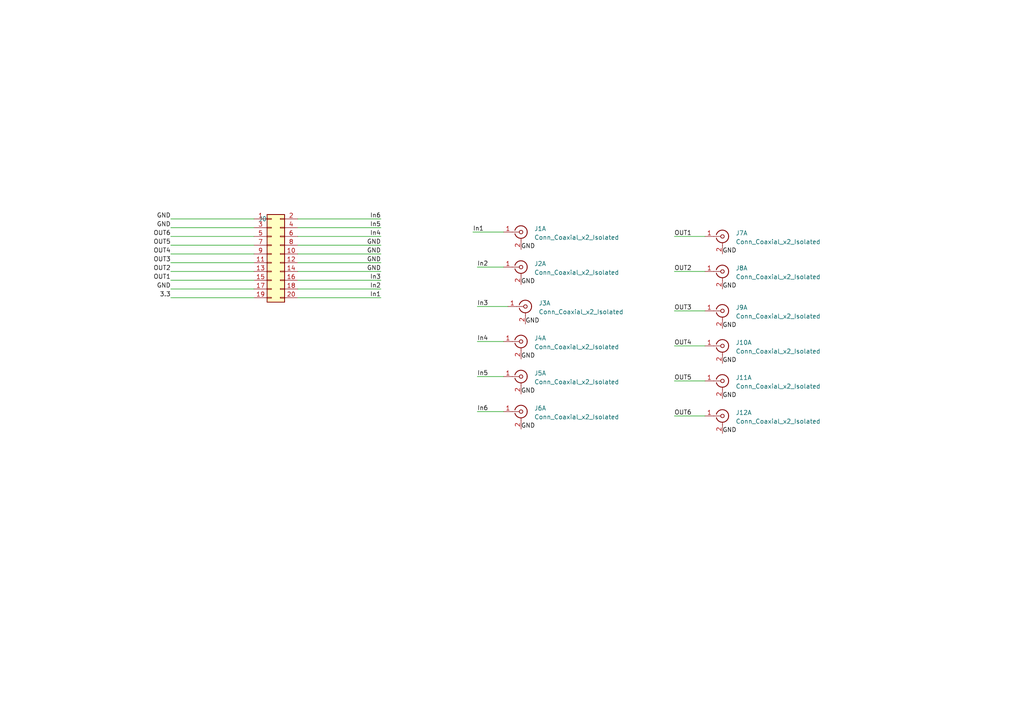
<source format=kicad_sch>
(kicad_sch (version 20230121) (generator eeschema)
  (paper "A4")
  (lib_symbols
    (symbol "Connector:Conn_Coaxial_x2_Isolated" (pin_names (offset 1.016) hide)
      (property "Reference" "J" (at 0.254 3.048 0))
      (property "Value" "Conn_Coaxial_x2_Isolated" (at 2.921 0 90))
      (symbol "Conn_Coaxial_x2_Isolated_0_1"
        (arc (start -1.778 -0.508) (mid 0.2311 -1.8066) (end 1.778 0) (stroke (width 0.254)))
        (polyline (pts (xy -2.54 0) (xy -0.508 0)))
        (polyline (pts (xy 0 -2.54) (xy 0 -1.778)))
        (circle (center 0 0) (radius 0.508) (stroke (width 0.2032)))
        (arc (start 1.778 0) (mid 0.2099 1.8101) (end -1.778 0.508) (stroke (width 0.254)))
      )
      (symbol "Conn_Coaxial_x2_Isolated_1_1"
        (pin passive line (at -5.08 0 0) (length 2.54) (name "In1") (number "1"))
        (pin passive line (at 0 -5.08 90) (length 2.54) (name "Ext1") (number "2"))
      )
      (symbol "Conn_Coaxial_x2_Isolated_2_1"
        (pin passive line (at -5.08 0 0) (length 2.54) (name "In2") (number "3"))
        (pin passive line (at 0 -5.08 90) (length 2.54) (name "Ext2") (number "4"))
      )
    )
    (symbol "Connector_Generic:Conn_02x10_Odd_Even" (pin_names (offset 1.016) hide)
      (property "Reference" "J" (at 1.27 12.7 0))
      (property "Value" "Conn_02x10_Odd_Even" (at 1.27 -15.24 0))
      (symbol "Conn_02x10_Odd_Even_1_1"
        (rectangle (start -1.27 -12.573) (end 0 -12.827) (stroke (width 0.1524)))
        (rectangle (start -1.27 -10.033) (end 0 -10.287) (stroke (width 0.1524)))
        (rectangle (start -1.27 -7.493) (end 0 -7.747) (stroke (width 0.1524)))
        (rectangle (start -1.27 -4.953) (end 0 -5.207) (stroke (width 0.1524)))
        (rectangle (start -1.27 -2.413) (end 0 -2.667) (stroke (width 0.1524)))
        (rectangle (start -1.27 0.127) (end 0 -0.127) (stroke (width 0.1524)))
        (rectangle (start -1.27 2.667) (end 0 2.413) (stroke (width 0.1524)))
        (rectangle (start -1.27 5.207) (end 0 4.953) (stroke (width 0.1524)))
        (rectangle (start -1.27 7.747) (end 0 7.493) (stroke (width 0.1524)))
        (rectangle (start -1.27 10.287) (end 0 10.033) (stroke (width 0.1524)))
        (rectangle (start -1.27 11.43) (end 3.81 -13.97) (stroke (width 0.254)) (fill (type background)))
        (rectangle (start 3.81 -12.573) (end 2.54 -12.827) (stroke (width 0.1524)))
        (rectangle (start 3.81 -10.033) (end 2.54 -10.287) (stroke (width 0.1524)))
        (rectangle (start 3.81 -7.493) (end 2.54 -7.747) (stroke (width 0.1524)))
        (rectangle (start 3.81 -4.953) (end 2.54 -5.207) (stroke (width 0.1524)))
        (rectangle (start 3.81 -2.413) (end 2.54 -2.667) (stroke (width 0.1524)))
        (rectangle (start 3.81 0.127) (end 2.54 -0.127) (stroke (width 0.1524)))
        (rectangle (start 3.81 2.667) (end 2.54 2.413) (stroke (width 0.1524)))
        (rectangle (start 3.81 5.207) (end 2.54 4.953) (stroke (width 0.1524)))
        (rectangle (start 3.81 7.747) (end 2.54 7.493) (stroke (width 0.1524)))
        (rectangle (start 3.81 10.287) (end 2.54 10.033) (stroke (width 0.1524)))
        (pin passive line (at -5.08 10.16 0) (length 3.81) (name "Pin_1") (number "1"))
        (pin passive line (at 7.62 0 180) (length 3.81) (name "Pin_10") (number "10"))
        (pin passive line (at -5.08 -2.54 0) (length 3.81) (name "Pin_11") (number "11"))
        (pin passive line (at 7.62 -2.54 180) (length 3.81) (name "Pin_12") (number "12"))
        (pin passive line (at -5.08 -5.08 0) (length 3.81) (name "Pin_13") (number "13"))
        (pin passive line (at 7.62 -5.08 180) (length 3.81) (name "Pin_14") (number "14"))
        (pin passive line (at -5.08 -7.62 0) (length 3.81) (name "Pin_15") (number "15"))
        (pin passive line (at 7.62 -7.62 180) (length 3.81) (name "Pin_16") (number "16"))
        (pin passive line (at -5.08 -10.16 0) (length 3.81) (name "Pin_17") (number "17"))
        (pin passive line (at 7.62 -10.16 180) (length 3.81) (name "Pin_18") (number "18"))
        (pin passive line (at -5.08 -12.7 0) (length 3.81) (name "Pin_19") (number "19"))
        (pin passive line (at 7.62 10.16 180) (length 3.81) (name "Pin_2") (number "2"))
        (pin passive line (at 7.62 -12.7 180) (length 3.81) (name "Pin_20") (number "20"))
        (pin passive line (at -5.08 7.62 0) (length 3.81) (name "Pin_3") (number "3"))
        (pin passive line (at 7.62 7.62 180) (length 3.81) (name "Pin_4") (number "4"))
        (pin passive line (at -5.08 5.08 0) (length 3.81) (name "Pin_5") (number "5"))
        (pin passive line (at 7.62 5.08 180) (length 3.81) (name "Pin_6") (number "6"))
        (pin passive line (at -5.08 2.54 0) (length 3.81) (name "Pin_7") (number "7"))
        (pin passive line (at 7.62 2.54 180) (length 3.81) (name "Pin_8") (number "8"))
        (pin passive line (at -5.08 0 0) (length 3.81) (name "Pin_9") (number "9"))
      )
    )
  )
  (wire (pts (xy 110.49 78.74) (xy 86.36 78.74)))
  (wire (pts (xy 204.47 110.49) (xy 195.58 110.49)))
  (wire (pts (xy 110.49 86.36) (xy 86.36 86.36)))
  (wire (pts (xy 73.66 83.82) (xy 49.53 83.82)))
  (wire (pts (xy 110.49 76.2) (xy 86.36 76.2)))
  (wire (pts (xy 73.66 78.74) (xy 49.53 78.74)))
  (wire (pts (xy 73.66 81.28) (xy 49.53 81.28)))
  (wire (pts (xy 110.49 68.58) (xy 86.36 68.58)))
  (wire (pts (xy 73.66 73.66) (xy 49.53 73.66)))
  (wire (pts (xy 204.47 100.33) (xy 195.58 100.33)))
  (wire (pts (xy 138.43 77.47) (xy 146.05 77.47)))
  (wire (pts (xy 110.49 71.12) (xy 86.36 71.12)))
  (wire (pts (xy 73.66 68.58) (xy 49.53 68.58)))
  (wire (pts (xy 204.47 68.58) (xy 195.58 68.58)))
  (wire (pts (xy 138.43 109.22) (xy 146.05 109.22)))
  (wire (pts (xy 204.47 90.17) (xy 195.58 90.17)))
  (wire (pts (xy 73.66 86.36) (xy 49.53 86.36)))
  (wire (pts (xy 110.49 63.5) (xy 86.36 63.5)))
  (wire (pts (xy 204.47 78.74) (xy 195.58 78.74)))
  (wire (pts (xy 110.49 73.66) (xy 86.36 73.66)))
  (wire (pts (xy 110.49 81.28) (xy 86.36 81.28)))
  (wire (pts (xy 138.43 119.38) (xy 146.05 119.38)))
  (wire (pts (xy 110.49 66.04) (xy 86.36 66.04)))
  (wire (pts (xy 138.43 88.9) (xy 147.32 88.9)))
  (wire (pts (xy 73.66 63.5) (xy 49.53 63.5)))
  (wire (pts (xy 110.49 83.82) (xy 86.36 83.82)))
  (wire (pts (xy 73.66 76.2) (xy 49.53 76.2)))
  (wire (pts (xy 137.16 67.31) (xy 146.05 67.31)))
  (wire (pts (xy 73.66 66.04) (xy 49.53 66.04)))
  (wire (pts (xy 204.47 120.65) (xy 195.58 120.65)))
  (wire (pts (xy 138.43 99.06) (xy 146.05 99.06)))
  (wire (pts (xy 73.66 71.12) (xy 49.53 71.12)))
  (label "GND" (at 209.55 105.41 0))
  (label "GND" (at 209.55 115.57 0))
  (label "OUT2" (at 49.53 78.74 180))
  (label "In5" (at 138.43 109.22 0))
  (label "OUT5" (at 49.53 71.12 180))
  (label "GND" (at 110.49 78.74 180))
  (label "GND" (at 209.55 83.82 0))
  (label "GND" (at 49.53 63.5 180))
  (label "OUT5" (at 195.58 110.49 0))
  (label "In2" (at 138.43 77.47 0))
  (label "GND" (at 152.4 93.98 0))
  (label "In3" (at 110.49 81.28 180))
  (label "OUT2" (at 195.58 78.74 0))
  (label "In3" (at 138.43 88.9 0))
  (label "In5" (at 110.49 66.04 180))
  (label "GND" (at 49.53 83.82 180))
  (label "OUT6" (at 49.53 68.58 180))
  (label "In6" (at 110.49 63.5 180))
  (label "GND" (at 209.55 125.73 0))
  (label "GND" (at 110.49 76.2 180))
  (label "GND" (at 110.49 73.66 180))
  (label "GND" (at 151.13 104.14 0))
  (label "GND" (at 209.55 73.66 0))
  (label "OUT3" (at 195.58 90.17 0))
  (label "In6" (at 138.43 119.38 0))
  (label "OUT6" (at 195.58 120.65 0))
  (label "GND" (at 151.13 114.3 0))
  (label "In4" (at 138.43 99.06 0))
  (label "OUT3" (at 49.53 76.2 180))
  (label "GND" (at 49.53 66.04 180))
  (label "OUT4" (at 49.53 73.66 180))
  (label "3.3" (at 49.53 86.36 180))
  (label "GND" (at 110.49 71.12 180))
  (label "OUT4" (at 195.58 100.33 0))
  (label "GND" (at 151.13 72.39 0))
  (label "GND" (at 209.55 95.25 0))
  (label "In2" (at 110.49 83.82 180))
  (label "OUT1" (at 195.58 68.58 0))
  (label "In4" (at 110.49 68.58 180))
  (label "OUT1" (at 49.53 81.28 180))
  (label "GND" (at 151.13 82.55 0))
  (label "In1" (at 137.16 67.31 0))
  (label "GND" (at 151.13 124.46 0))
  (label "In1" (at 110.49 86.36 180))
  (symbol (lib_id "Connector:Conn_Coaxial_x2_Isolated") (at 151.13 67.31 0) (unit 1)
    (property "Reference" "J1" (at 154.94 66.3332 0) (effects (justify left)))
    (property "Value" "Conn_Coaxial_x2_Isolated" (at 154.94 68.8732 0) (effects (justify left)))
    (property "Footprint" "Connector_Coaxial:SMB_Jack_Vertical" (effects hide))
    (property "Datasheet" " ~" (effects hide))
  )
  (symbol (lib_id "Connector:Conn_Coaxial_x2_Isolated") (at 152.4 88.9 0) (unit 1)
    (property "Reference" "J3" (at 156.21 87.9232 0) (effects (justify left)))
    (property "Value" "Conn_Coaxial_x2_Isolated" (at 156.21 90.4632 0) (effects (justify left)))
    (property "Footprint" "Connector_Coaxial:SMB_Jack_Vertical" (effects hide))
    (property "Datasheet" " ~" (effects hide))
  )
  (symbol (lib_id "Connector:Conn_Coaxial_x2_Isolated") (at 151.13 77.47 0) (unit 1)
    (property "Reference" "J2" (at 154.94 76.4932 0) (effects (justify left)))
    (property "Value" "Conn_Coaxial_x2_Isolated" (at 154.94 79.0332 0) (effects (justify left)))
    (property "Footprint" "Connector_Coaxial:SMB_Jack_Vertical" (effects hide))
    (property "Datasheet" " ~" (effects hide))
  )
  (symbol (lib_id "Connector:Conn_Coaxial_x2_Isolated") (at 151.13 119.38 0) (unit 1)
    (property "Reference" "J6" (at 154.94 118.4032 0) (effects (justify left)))
    (property "Value" "Conn_Coaxial_x2_Isolated" (at 154.94 120.9432 0) (effects (justify left)))
    (property "Footprint" "Connector_Coaxial:SMB_Jack_Vertical" (effects hide))
    (property "Datasheet" " ~" (effects hide))
  )
  (symbol (lib_id "Connector:Conn_Coaxial_x2_Isolated") (at 151.13 109.22 0) (unit 1)
    (property "Reference" "J5" (at 154.94 108.2432 0) (effects (justify left)))
    (property "Value" "Conn_Coaxial_x2_Isolated" (at 154.94 110.7832 0) (effects (justify left)))
    (property "Footprint" "Connector_Coaxial:SMB_Jack_Vertical" (effects hide))
    (property "Datasheet" " ~" (effects hide))
  )
  (symbol (lib_id "Connector:Conn_Coaxial_x2_Isolated") (at 209.55 68.58 0) (unit 1)
    (property "Reference" "J7" (at 213.36 67.6032 0) (effects (justify left)))
    (property "Value" "Conn_Coaxial_x2_Isolated" (at 213.36 70.1432 0) (effects (justify left)))
    (property "Footprint" "Connector_Coaxial:SMB_Jack_Vertical" (effects hide))
    (property "Datasheet" " ~" (effects hide))
  )
  (symbol (lib_id "Connector_Generic:Conn_02x10_Odd_Even") (at 78.74 73.66 0) (unit 1)
    (property "Reference" "J0" (at 76.2 63.5 0))
    (property "Value" "Conn_02x10_Odd_Even" (effects hide))
    (property "Footprint" "Connector_IDC:IDC-Header_2x10_P2.54mm_Vertical" (effects hide))
  )
  (symbol (lib_id "Connector:Conn_Coaxial_x2_Isolated") (at 209.55 78.74 0) (unit 1)
    (property "Reference" "J8" (at 213.36 77.7632 0) (effects (justify left)))
    (property "Value" "Conn_Coaxial_x2_Isolated" (at 213.36 80.3032 0) (effects (justify left)))
    (property "Footprint" "Connector_Coaxial:SMB_Jack_Vertical" (effects hide))
    (property "Datasheet" " ~" (effects hide))
  )
  (symbol (lib_id "Connector:Conn_Coaxial_x2_Isolated") (at 209.55 120.65 0) (unit 1)
    (property "Reference" "J12" (at 213.36 119.6732 0) (effects (justify left)))
    (property "Value" "Conn_Coaxial_x2_Isolated" (at 213.36 122.2132 0) (effects (justify left)))
    (property "Footprint" "Connector_Coaxial:SMB_Jack_Vertical" (effects hide))
    (property "Datasheet" " ~" (effects hide))
  )
  (symbol (lib_id "Connector:Conn_Coaxial_x2_Isolated") (at 209.55 100.33 0) (unit 1)
    (property "Reference" "J10" (at 213.36 99.3532 0) (effects (justify left)))
    (property "Value" "Conn_Coaxial_x2_Isolated" (at 213.36 101.8932 0) (effects (justify left)))
    (property "Footprint" "Connector_Coaxial:SMB_Jack_Vertical" (effects hide))
    (property "Datasheet" " ~" (effects hide))
  )
  (symbol (lib_id "Connector:Conn_Coaxial_x2_Isolated") (at 209.55 110.49 0) (unit 1)
    (property "Reference" "J11" (at 213.36 109.5132 0) (effects (justify left)))
    (property "Value" "Conn_Coaxial_x2_Isolated" (at 213.36 112.0532 0) (effects (justify left)))
    (property "Footprint" "Connector_Coaxial:SMB_Jack_Vertical" (effects hide))
    (property "Datasheet" " ~" (effects hide))
  )
  (symbol (lib_id "Connector:Conn_Coaxial_x2_Isolated") (at 151.13 99.06 0) (unit 1)
    (property "Reference" "J4" (at 154.94 98.0832 0) (effects (justify left)))
    (property "Value" "Conn_Coaxial_x2_Isolated" (at 154.94 100.6232 0) (effects (justify left)))
    (property "Footprint" "Connector_Coaxial:SMB_Jack_Vertical" (effects hide))
    (property "Datasheet" " ~" (effects hide))
  )
  (symbol (lib_id "Connector:Conn_Coaxial_x2_Isolated") (at 209.55 90.17 0) (unit 1)
    (property "Reference" "J9" (at 213.36 89.1932 0) (effects (justify left)))
    (property "Value" "Conn_Coaxial_x2_Isolated" (at 213.36 91.7332 0) (effects (justify left)))
    (property "Footprint" "Connector_Coaxial:SMB_Jack_Vertical" (effects hide))
    (property "Datasheet" " ~" (effects hide))
  )
)
</source>
